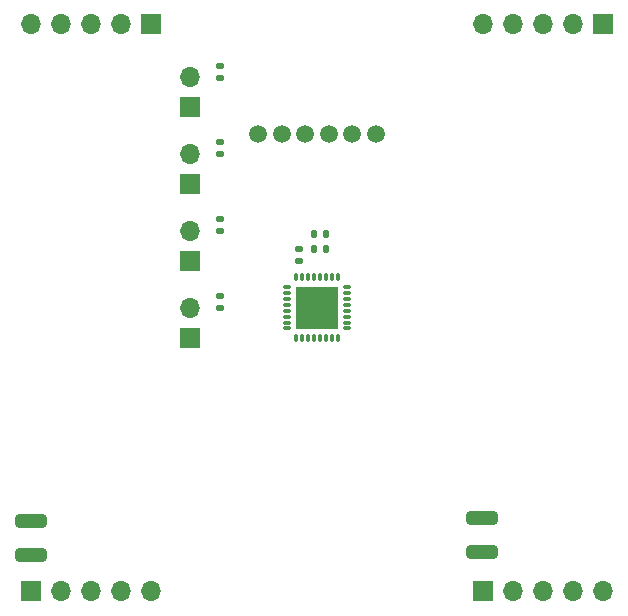
<source format=gbr>
%TF.GenerationSoftware,KiCad,Pcbnew,7.0.7-7.0.7~ubuntu22.04.1*%
%TF.CreationDate,2023-10-06T15:12:17+02:00*%
%TF.ProjectId,ShotClockDisplayPCB,53686f74-436c-46f6-936b-446973706c61,rev?*%
%TF.SameCoordinates,Original*%
%TF.FileFunction,Soldermask,Top*%
%TF.FilePolarity,Negative*%
%FSLAX46Y46*%
G04 Gerber Fmt 4.6, Leading zero omitted, Abs format (unit mm)*
G04 Created by KiCad (PCBNEW 7.0.7-7.0.7~ubuntu22.04.1) date 2023-10-06 15:12:17*
%MOMM*%
%LPD*%
G01*
G04 APERTURE LIST*
G04 Aperture macros list*
%AMRoundRect*
0 Rectangle with rounded corners*
0 $1 Rounding radius*
0 $2 $3 $4 $5 $6 $7 $8 $9 X,Y pos of 4 corners*
0 Add a 4 corners polygon primitive as box body*
4,1,4,$2,$3,$4,$5,$6,$7,$8,$9,$2,$3,0*
0 Add four circle primitives for the rounded corners*
1,1,$1+$1,$2,$3*
1,1,$1+$1,$4,$5*
1,1,$1+$1,$6,$7*
1,1,$1+$1,$8,$9*
0 Add four rect primitives between the rounded corners*
20,1,$1+$1,$2,$3,$4,$5,0*
20,1,$1+$1,$4,$5,$6,$7,0*
20,1,$1+$1,$6,$7,$8,$9,0*
20,1,$1+$1,$8,$9,$2,$3,0*%
G04 Aperture macros list end*
%ADD10RoundRect,0.135000X0.185000X-0.135000X0.185000X0.135000X-0.185000X0.135000X-0.185000X-0.135000X0*%
%ADD11RoundRect,0.140000X0.140000X0.170000X-0.140000X0.170000X-0.140000X-0.170000X0.140000X-0.170000X0*%
%ADD12R,1.700000X1.700000*%
%ADD13O,1.700000X1.700000*%
%ADD14O,0.800000X0.280000*%
%ADD15O,0.280000X0.800000*%
%ADD16R,3.600000X3.600000*%
%ADD17RoundRect,0.250000X-1.075000X0.312500X-1.075000X-0.312500X1.075000X-0.312500X1.075000X0.312500X0*%
%ADD18C,1.500000*%
G04 APERTURE END LIST*
D10*
%TO.C,R1*%
X44250000Y-32510000D03*
X44250000Y-31490000D03*
%TD*%
%TO.C,R2*%
X44250000Y-39010000D03*
X44250000Y-37990000D03*
%TD*%
%TO.C,R7*%
X51000000Y-48010000D03*
X51000000Y-46990000D03*
%TD*%
D11*
%TO.C,C1*%
X53230000Y-45750000D03*
X52270000Y-45750000D03*
%TD*%
D12*
%TO.C,J2*%
X41750000Y-41525000D03*
D13*
X41750000Y-38985000D03*
%TD*%
D12*
%TO.C,J5*%
X28250000Y-76000000D03*
D13*
X30790000Y-76000000D03*
X33330000Y-76000000D03*
X35870000Y-76000000D03*
X38410000Y-76000000D03*
%TD*%
D14*
%TO.C,U2*%
X49930000Y-50250000D03*
X49930000Y-50750000D03*
X49930000Y-51250000D03*
X49930000Y-51750000D03*
X49930000Y-52250000D03*
X49930000Y-52750000D03*
X49930000Y-53250000D03*
X49930000Y-53750000D03*
D15*
X50750000Y-54570000D03*
X51250000Y-54570000D03*
X51750000Y-54570000D03*
X52250000Y-54570000D03*
X52750000Y-54570000D03*
X53250000Y-54570000D03*
X53750000Y-54570000D03*
X54250000Y-54570000D03*
D14*
X55070000Y-53750000D03*
X55070000Y-53250000D03*
X55070000Y-52750000D03*
X55070000Y-52250000D03*
X55070000Y-51750000D03*
X55070000Y-51250000D03*
X55070000Y-50750000D03*
X55070000Y-50250000D03*
D15*
X54250000Y-49430000D03*
X53750000Y-49430000D03*
X53250000Y-49430000D03*
X52750000Y-49430000D03*
X52250000Y-49430000D03*
X51750000Y-49430000D03*
X51250000Y-49430000D03*
X50750000Y-49430000D03*
D16*
X52500000Y-52000000D03*
%TD*%
D12*
%TO.C,J4*%
X41750000Y-54525000D03*
D13*
X41750000Y-51985000D03*
%TD*%
D10*
%TO.C,R4*%
X44250000Y-52010000D03*
X44250000Y-50990000D03*
%TD*%
D12*
%TO.C,J7*%
X38410000Y-28000000D03*
D13*
X35870000Y-28000000D03*
X33330000Y-28000000D03*
X30790000Y-28000000D03*
X28250000Y-28000000D03*
%TD*%
D17*
%TO.C,R6*%
X66500000Y-69787500D03*
X66500000Y-72712500D03*
%TD*%
D18*
%TO.C,U1*%
X57500000Y-37250000D03*
X55500000Y-37250000D03*
X53500000Y-37250000D03*
X51500000Y-37250000D03*
X49500000Y-37250000D03*
X47500000Y-37250000D03*
%TD*%
D12*
%TO.C,J1*%
X41750000Y-35025000D03*
D13*
X41750000Y-32485000D03*
%TD*%
D11*
%TO.C,C2*%
X53230000Y-47000000D03*
X52270000Y-47000000D03*
%TD*%
D12*
%TO.C,J3*%
X41750000Y-48025000D03*
D13*
X41750000Y-45485000D03*
%TD*%
D17*
%TO.C,R5*%
X28250000Y-70037500D03*
X28250000Y-72962500D03*
%TD*%
D12*
%TO.C,J6*%
X66590000Y-76000000D03*
D13*
X69130000Y-76000000D03*
X71670000Y-76000000D03*
X74210000Y-76000000D03*
X76750000Y-76000000D03*
%TD*%
D10*
%TO.C,R3*%
X44250000Y-45510000D03*
X44250000Y-44490000D03*
%TD*%
D12*
%TO.C,J8*%
X76750000Y-28000000D03*
D13*
X74210000Y-28000000D03*
X71670000Y-28000000D03*
X69130000Y-28000000D03*
X66590000Y-28000000D03*
%TD*%
M02*

</source>
